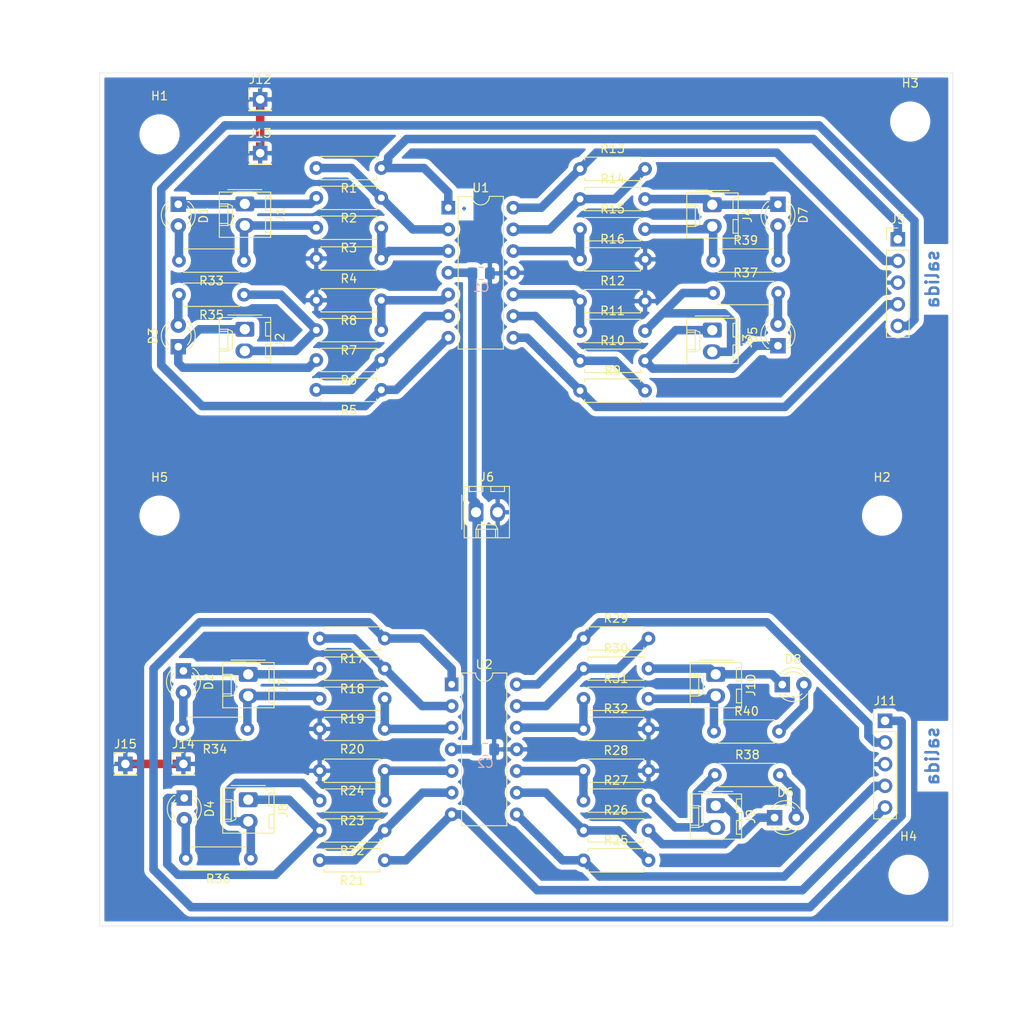
<source format=kicad_pcb>
(kicad_pcb (version 20171130) (host pcbnew 5.1.5)
  (layers (0 F.Cu signal) (31 B.Cu signal) (34 B.Paste user) (35 F.Paste user) (36 B.SilkS user) (37 F.SilkS user) (38 B.Mask user) (39 F.Mask user) (44 Edge.Cuts user))
  (net 0 "")
  (net 1 GND)
  (net 2 /vcc)
  (net 3 /in+1)
  (net 4 /in-1)
  (net 5 /in+2)
  (net 6 /in-2)
  (net 7 /in+3)
  (net 8 /in-3)
  (net 9 /in+4)
  (net 10 /in-4)
  (net 11 /R1-)
  (net 12 /R1+)
  (net 13 /R2-)
  (net 14 /R2+)
  (net 15 /R3-)
  (net 16 /R3+)
  (net 17 /R4-)
  (net 18 /R4+)
  (net 19 /vout8)
  (net 20 /vout7)
  (net 21 /vout6)
  (net 22 /vout5)
  (net 23 /vout4)
  (net 24 /vout3)
  (net 25 /vout2)
  (net 26 /vout1)
  (net 27 /in+5)
  (net 28 /in-5)
  (net 29 /in+6)
  (net 30 /in-6)
  (net 31 /in+7)
  (net 32 /in-7)
  (net 33 /in+8)
  (net 34 /in-8)
  (net 35 /R5-)
  (net 36 /R5+)
  (net 37 /R6-)
  (net 38 /R6+)
  (net 39 /R7-)
  (net 40 /R7+)
  (net 41 /R8-)
  (net 42 /R8+)
  (net 43 "Net-(D1-Pad2)")
  (net 44 "Net-(D2-Pad2)")
  (net 45 "Net-(D3-Pad2)")
  (net 46 "Net-(D4-Pad2)")
  (net 47 "Net-(D5-Pad2)")
  (net 48 "Net-(D6-Pad2)")
  (net 49 "Net-(D7-Pad2)")
  (net 50 "Net-(D8-Pad2)")
  (module Connector_PinHeader_2.54mm:PinHeader_1x01_P2.54mm_Vertical (layer F.Cu) (at 79 114)
    (fp_text reference J15 (at 0 -2.33) (layer F.SilkS))
    (fp_text value Conn_01x01_Female)
    (pad 1 thru_hole rect (at 0 0) (size 1.7 1.7) (drill 1) (layers *.Cu *.Mask) (net 1 GND))
  )
  (module Connector_PinHeader_2.54mm:PinHeader_1x01_P2.54mm_Vertical (layer F.Cu) (at 85.8 114)
    (fp_text reference J14 (at 0 -2.33) (layer F.SilkS))
    (fp_text value Conn_01x01_Female)
    (pad 1 thru_hole rect (at 0 0) (size 1.7 1.7) (drill 1) (layers *.Cu *.Mask) (net 1 GND))
  )
  (module Connector_PinHeader_2.54mm:PinHeader_1x01_P2.54mm_Vertical (layer F.Cu) (at 94.8 42.4)
    (fp_text reference J13 (at 0 -2.33) (layer F.SilkS))
    (fp_text value Conn_01x01_Female)
    (pad 1 thru_hole rect (at 0 0) (size 1.7 1.7) (drill 1) (layers *.Cu *.Mask) (net 1 GND))
  )
  (module Connector_PinHeader_2.54mm:PinHeader_1x01_P2.54mm_Vertical (layer F.Cu) (at 94.8 36.1)
    (fp_text reference J12 (at 0 -2.33) (layer F.SilkS))
    (fp_text value Conn_01x01_Female)
    (pad 1 thru_hole rect (at 0 0) (size 1.7 1.7) (drill 1) (layers *.Cu *.Mask) (net 1 GND))
  )
  (module Resistor_THT:R_Axial_DIN0207_L6.3mm_D2.5mm_P7.62mm_Horizontal (layer F.Cu) (at 148 110.2)
    (fp_text reference R40 (at 3.81 -2.37) (layer F.SilkS))
    (fp_text value R)
    (pad 2 thru_hole oval (at 7.62 0) (size 1.6 1.6) (drill 0.8) (layers *.Cu *.Mask) (net 50 "Net-(D8-Pad2)"))
    (pad 1 thru_hole circle (at 0 0) (size 1.6 1.6) (drill 0.8) (layers *.Cu *.Mask) (net 33 /in+8))
  )
  (module Resistor_THT:R_Axial_DIN0207_L6.3mm_D2.5mm_P7.62mm_Horizontal (layer F.Cu) (at 147.9 55)
    (fp_text reference R39 (at 3.81 -2.37) (layer F.SilkS))
    (fp_text value R)
    (pad 2 thru_hole oval (at 7.62 0) (size 1.6 1.6) (drill 0.8) (layers *.Cu *.Mask) (net 49 "Net-(D7-Pad2)"))
    (pad 1 thru_hole circle (at 0 0) (size 1.6 1.6) (drill 0.8) (layers *.Cu *.Mask) (net 9 /in+4))
  )
  (module Resistor_THT:R_Axial_DIN0207_L6.3mm_D2.5mm_P7.62mm_Horizontal (layer F.Cu) (at 148.1 115.3)
    (fp_text reference R38 (at 3.81 -2.37) (layer F.SilkS))
    (fp_text value R)
    (pad 2 thru_hole oval (at 7.62 0) (size 1.6 1.6) (drill 0.8) (layers *.Cu *.Mask) (net 48 "Net-(D6-Pad2)"))
    (pad 1 thru_hole circle (at 0 0) (size 1.6 1.6) (drill 0.8) (layers *.Cu *.Mask) (net 31 /in+7))
  )
  (module Resistor_THT:R_Axial_DIN0207_L6.3mm_D2.5mm_P7.62mm_Horizontal (layer F.Cu) (at 147.9 58.8)
    (fp_text reference R37 (at 3.81 -2.37) (layer F.SilkS))
    (fp_text value R)
    (pad 2 thru_hole oval (at 7.62 0) (size 1.6 1.6) (drill 0.8) (layers *.Cu *.Mask) (net 47 "Net-(D5-Pad2)"))
    (pad 1 thru_hole circle (at 0 0) (size 1.6 1.6) (drill 0.8) (layers *.Cu *.Mask) (net 7 /in+3))
  )
  (module Resistor_THT:R_Axial_DIN0207_L6.3mm_D2.5mm_P7.62mm_Horizontal (layer F.Cu) (at 93.7 125.1 180)
    (fp_text reference R36 (at 3.81 -2.37) (layer F.SilkS))
    (fp_text value R)
    (pad 2 thru_hole oval (at 7.62 0 180) (size 1.6 1.6) (drill 0.8) (layers *.Cu *.Mask) (net 46 "Net-(D4-Pad2)"))
    (pad 1 thru_hole circle (at 0 0 180) (size 1.6 1.6) (drill 0.8) (layers *.Cu *.Mask) (net 29 /in+6))
  )
  (module Resistor_THT:R_Axial_DIN0207_L6.3mm_D2.5mm_P7.62mm_Horizontal (layer F.Cu) (at 92.9 59 180)
    (fp_text reference R35 (at 3.81 -2.37) (layer F.SilkS))
    (fp_text value R)
    (pad 2 thru_hole oval (at 7.62 0 180) (size 1.6 1.6) (drill 0.8) (layers *.Cu *.Mask) (net 45 "Net-(D3-Pad2)"))
    (pad 1 thru_hole circle (at 0 0 180) (size 1.6 1.6) (drill 0.8) (layers *.Cu *.Mask) (net 5 /in+2))
  )
  (module Resistor_THT:R_Axial_DIN0207_L6.3mm_D2.5mm_P7.62mm_Horizontal (layer F.Cu) (at 93.3 109.9 180)
    (fp_text reference R34 (at 3.81 -2.37) (layer F.SilkS))
    (fp_text value R)
    (pad 2 thru_hole oval (at 7.62 0 180) (size 1.6 1.6) (drill 0.8) (layers *.Cu *.Mask) (net 44 "Net-(D2-Pad2)"))
    (pad 1 thru_hole circle (at 0 0 180) (size 1.6 1.6) (drill 0.8) (layers *.Cu *.Mask) (net 27 /in+5))
  )
  (module LED_THT:LED_D3.0mm_Clear (layer F.Cu) (at 156 104.7)
    (fp_text reference D8 (at 1.27 -2.96) (layer F.SilkS))
    (fp_text value LED)
    (pad 2 thru_hole circle (at 2.54 0) (size 1.8 1.8) (drill 0.9) (layers *.Cu *.Mask) (net 50 "Net-(D8-Pad2)"))
    (pad 1 thru_hole rect (at 0 0) (size 1.8 1.8) (drill 0.9) (layers *.Cu *.Mask) (net 34 /in-8))
  )
  (module LED_THT:LED_D3.0mm_Clear (layer F.Cu) (at 155.5 48.4 270)
    (fp_text reference D7 (at 1.27 -2.96 90) (layer F.SilkS))
    (fp_text value LED)
    (pad 2 thru_hole circle (at 2.54 0 270) (size 1.8 1.8) (drill 0.9) (layers *.Cu *.Mask) (net 49 "Net-(D7-Pad2)"))
    (pad 1 thru_hole rect (at 0 0 270) (size 1.8 1.8) (drill 0.9) (layers *.Cu *.Mask) (net 10 /in-4))
  )
  (module LED_THT:LED_D3.0mm_Clear (layer F.Cu) (at 155.1 120.3)
    (fp_text reference D6 (at 1.27 -2.96) (layer F.SilkS))
    (fp_text value LED)
    (pad 2 thru_hole circle (at 2.54 0) (size 1.8 1.8) (drill 0.9) (layers *.Cu *.Mask) (net 48 "Net-(D6-Pad2)"))
    (pad 1 thru_hole rect (at 0 0) (size 1.8 1.8) (drill 0.9) (layers *.Cu *.Mask) (net 32 /in-7))
  )
  (module LED_THT:LED_D3.0mm_Clear (layer F.Cu) (at 155.5 64.98 90)
    (fp_text reference D5 (at 1.27 -2.96 90) (layer F.SilkS))
    (fp_text value LED)
    (pad 2 thru_hole circle (at 2.54 0 90) (size 1.8 1.8) (drill 0.9) (layers *.Cu *.Mask) (net 47 "Net-(D5-Pad2)"))
    (pad 1 thru_hole rect (at 0 0 90) (size 1.8 1.8) (drill 0.9) (layers *.Cu *.Mask) (net 8 /in-3))
  )
  (module LED_THT:LED_D3.0mm_Clear (layer F.Cu) (at 85.9 118 270)
    (fp_text reference D4 (at 1.27 -2.96 90) (layer F.SilkS))
    (fp_text value LED)
    (pad 2 thru_hole circle (at 2.54 0 270) (size 1.8 1.8) (drill 0.9) (layers *.Cu *.Mask) (net 46 "Net-(D4-Pad2)"))
    (pad 1 thru_hole rect (at 0 0 270) (size 1.8 1.8) (drill 0.9) (layers *.Cu *.Mask) (net 30 /in-6))
  )
  (module LED_THT:LED_D3.0mm_Clear (layer F.Cu) (at 85.2 65.1 90)
    (fp_text reference D3 (at 1.27 -2.96 90) (layer F.SilkS))
    (fp_text value LED)
    (pad 2 thru_hole circle (at 2.54 0 90) (size 1.8 1.8) (drill 0.9) (layers *.Cu *.Mask) (net 45 "Net-(D3-Pad2)"))
    (pad 1 thru_hole rect (at 0 0 90) (size 1.8 1.8) (drill 0.9) (layers *.Cu *.Mask) (net 6 /in-2))
  )
  (module LED_THT:LED_D3.0mm_Clear (layer F.Cu) (at 85.8 103.1 270)
    (fp_text reference D2 (at 1.27 -2.96 90) (layer F.SilkS))
    (fp_text value LED)
    (pad 2 thru_hole circle (at 2.54 0 270) (size 1.8 1.8) (drill 0.9) (layers *.Cu *.Mask) (net 44 "Net-(D2-Pad2)"))
    (pad 1 thru_hole rect (at 0 0 270) (size 1.8 1.8) (drill 0.9) (layers *.Cu *.Mask) (net 28 /in-5))
  )
  (module Resistor_THT:R_Axial_DIN0207_L6.3mm_D2.5mm_P7.62mm_Horizontal (layer F.Cu) (at 92.9 55 180)
    (fp_text reference R33 (at 3.81 -2.37) (layer F.SilkS))
    (fp_text value R)
    (pad 2 thru_hole oval (at 7.62 0 180) (size 1.6 1.6) (drill 0.8) (layers *.Cu *.Mask) (net 43 "Net-(D1-Pad2)"))
    (pad 1 thru_hole circle (at 0 0 180) (size 1.6 1.6) (drill 0.8) (layers *.Cu *.Mask) (net 3 /in+1))
  )
  (module LED_THT:LED_D3.0mm_Clear (layer F.Cu) (at 85.2 48.4 270)
    (fp_text reference D1 (at 1.27 -2.96 90) (layer F.SilkS))
    (fp_text value LED)
    (pad 2 thru_hole circle (at 2.54 0 270) (size 1.8 1.8) (drill 0.9) (layers *.Cu *.Mask) (net 43 "Net-(D1-Pad2)"))
    (pad 1 thru_hole rect (at 0 0 270) (size 1.8 1.8) (drill 0.9) (layers *.Cu *.Mask) (net 4 /in-1))
  )
  (module Connector_Molex:Molex_KK-254_AE-6410-02A_1x02_P2.54mm_Vertical (layer F.Cu) (at 120.1 84.5)
    (fp_text reference J6 (at 1.27 -4.12) (layer F.SilkS))
    (fp_text value Conn_01x02)
    (pad 2 thru_hole oval (at 2.54 0) (size 1.74 2.2) (drill 1.2) (layers *.Cu *.Mask) (net 1 GND))
    (pad 1 thru_hole roundrect (at 0 0) (size 1.74 2.2) (drill 1.2) (layers *.Cu *.Mask) (roundrect_rratio 0.143678) (net 2 /vcc))
  )
  (module Connector_PinHeader_2.54mm:PinHeader_1x05_P2.54mm_Vertical (layer F.Cu) (at 168.05 108.95)
    (fp_text reference J11 (at 0 -2.33) (layer F.SilkS))
    (fp_text value Conn_01x05)
    (pad 5 thru_hole oval (at 0 10.16) (size 1.7 1.7) (drill 1) (layers *.Cu *.Mask) (net 21 /vout6))
    (pad 4 thru_hole oval (at 0 7.62) (size 1.7 1.7) (drill 1) (layers *.Cu *.Mask) (net 20 /vout7))
    (pad 3 thru_hole oval (at 0 5.08) (size 1.7 1.7) (drill 1) (layers *.Cu *.Mask) (net 1 GND))
    (pad 2 thru_hole oval (at 0 2.54) (size 1.7 1.7) (drill 1) (layers *.Cu *.Mask) (net 19 /vout8))
    (pad 1 thru_hole rect (at 0 0) (size 1.7 1.7) (drill 1) (layers *.Cu *.Mask) (net 22 /vout5))
  )
  (module Connector_PinHeader_2.54mm:PinHeader_1x05_P2.54mm_Vertical (layer F.Cu) (at 169.55 52.5)
    (fp_text reference J5 (at 0 -2.33) (layer F.SilkS))
    (fp_text value Conn_01x05)
    (pad 5 thru_hole oval (at 0 10.16) (size 1.7 1.7) (drill 1) (layers *.Cu *.Mask) (net 25 /vout2))
    (pad 4 thru_hole oval (at 0 7.62) (size 1.7 1.7) (drill 1) (layers *.Cu *.Mask) (net 24 /vout3))
    (pad 3 thru_hole oval (at 0 5.08) (size 1.7 1.7) (drill 1) (layers *.Cu *.Mask) (net 1 GND))
    (pad 2 thru_hole oval (at 0 2.54) (size 1.7 1.7) (drill 1) (layers *.Cu *.Mask) (net 23 /vout4))
    (pad 1 thru_hole rect (at 0 0) (size 1.7 1.7) (drill 1) (layers *.Cu *.Mask) (net 26 /vout1))
  )
  (module Package_DIP:DIP-14_W7.62mm (layer F.Cu) (at 117.25 104.675)
    (fp_text reference U2 (at 3.81 -2.33) (layer F.SilkS))
    (fp_text value LM324)
    (pad 14 thru_hole oval (at 7.62 0) (size 1.6 1.6) (drill 0.8) (layers *.Cu *.Mask) (net 19 /vout8))
    (pad 7 thru_hole oval (at 0 15.24) (size 1.6 1.6) (drill 0.8) (layers *.Cu *.Mask) (net 21 /vout6))
    (pad 13 thru_hole oval (at 7.62 2.54) (size 1.6 1.6) (drill 0.8) (layers *.Cu *.Mask) (net 41 /R8-))
    (pad 6 thru_hole oval (at 0 12.7) (size 1.6 1.6) (drill 0.8) (layers *.Cu *.Mask) (net 37 /R6-))
    (pad 12 thru_hole oval (at 7.62 5.08) (size 1.6 1.6) (drill 0.8) (layers *.Cu *.Mask) (net 42 /R8+))
    (pad 5 thru_hole oval (at 0 10.16) (size 1.6 1.6) (drill 0.8) (layers *.Cu *.Mask) (net 38 /R6+))
    (pad 11 thru_hole oval (at 7.62 7.62) (size 1.6 1.6) (drill 0.8) (layers *.Cu *.Mask) (net 1 GND))
    (pad 4 thru_hole oval (at 0 7.62) (size 1.6 1.6) (drill 0.8) (layers *.Cu *.Mask) (net 2 /vcc))
    (pad 10 thru_hole oval (at 7.62 10.16) (size 1.6 1.6) (drill 0.8) (layers *.Cu *.Mask) (net 40 /R7+))
    (pad 3 thru_hole oval (at 0 5.08) (size 1.6 1.6) (drill 0.8) (layers *.Cu *.Mask) (net 36 /R5+))
    (pad 9 thru_hole oval (at 7.62 12.7) (size 1.6 1.6) (drill 0.8) (layers *.Cu *.Mask) (net 39 /R7-))
    (pad 2 thru_hole oval (at 0 2.54) (size 1.6 1.6) (drill 0.8) (layers *.Cu *.Mask) (net 35 /R5-))
    (pad 8 thru_hole oval (at 7.62 15.24) (size 1.6 1.6) (drill 0.8) (layers *.Cu *.Mask) (net 20 /vout7))
    (pad 1 thru_hole rect (at 0 0) (size 1.6 1.6) (drill 0.8) (layers *.Cu *.Mask) (net 22 /vout5))
  )
  (module Package_DIP:DIP-14_W7.62mm (layer F.Cu) (at 116.85 48.8)
    (fp_text reference U1 (at 3.81 -2.33) (layer F.SilkS))
    (fp_text value LM324)
    (pad 14 thru_hole oval (at 7.62 0) (size 1.6 1.6) (drill 0.8) (layers *.Cu *.Mask) (net 23 /vout4))
    (pad 7 thru_hole oval (at 0 15.24) (size 1.6 1.6) (drill 0.8) (layers *.Cu *.Mask) (net 25 /vout2))
    (pad 13 thru_hole oval (at 7.62 2.54) (size 1.6 1.6) (drill 0.8) (layers *.Cu *.Mask) (net 17 /R4-))
    (pad 6 thru_hole oval (at 0 12.7) (size 1.6 1.6) (drill 0.8) (layers *.Cu *.Mask) (net 13 /R2-))
    (pad 12 thru_hole oval (at 7.62 5.08) (size 1.6 1.6) (drill 0.8) (layers *.Cu *.Mask) (net 18 /R4+))
    (pad 5 thru_hole oval (at 0 10.16) (size 1.6 1.6) (drill 0.8) (layers *.Cu *.Mask) (net 14 /R2+))
    (pad 11 thru_hole oval (at 7.62 7.62) (size 1.6 1.6) (drill 0.8) (layers *.Cu *.Mask) (net 1 GND))
    (pad 4 thru_hole oval (at 0 7.62) (size 1.6 1.6) (drill 0.8) (layers *.Cu *.Mask) (net 2 /vcc))
    (pad 10 thru_hole oval (at 7.62 10.16) (size 1.6 1.6) (drill 0.8) (layers *.Cu *.Mask) (net 16 /R3+))
    (pad 3 thru_hole oval (at 0 5.08) (size 1.6 1.6) (drill 0.8) (layers *.Cu *.Mask) (net 12 /R1+))
    (pad 9 thru_hole oval (at 7.62 12.7) (size 1.6 1.6) (drill 0.8) (layers *.Cu *.Mask) (net 15 /R3-))
    (pad 2 thru_hole oval (at 0 2.54) (size 1.6 1.6) (drill 0.8) (layers *.Cu *.Mask) (net 11 /R1-))
    (pad 8 thru_hole oval (at 7.62 15.24) (size 1.6 1.6) (drill 0.8) (layers *.Cu *.Mask) (net 24 /vout3))
    (pad 1 thru_hole rect (at 0 0) (size 1.6 1.6) (drill 0.8) (layers *.Cu *.Mask) (net 26 /vout1))
  )
  (module Capacitor_SMD:C_0805_2012Metric_Pad1.15x1.40mm_HandSolder (layer B.Cu) (at 121.2 112.3)
    (fp_text reference C2 (at 0 1.65) (layer B.SilkS) (effects (justify mirror)))
    (fp_text value 100nF)
    (pad 2 smd roundrect (at 1.025 0) (size 1.15 1.4) (layers B.Cu B.Paste B.Mask) (roundrect_rratio 0.217391) (net 1 GND))
    (pad 1 smd roundrect (at -1.025 0) (size 1.15 1.4) (layers B.Cu B.Paste B.Mask) (roundrect_rratio 0.217391) (net 2 /vcc))
  )
  (module MountingHole:MountingHole_3.5mm (layer F.Cu) (at 83 84.9)
    (fp_text reference H5 (at 0 -4.5) (layer F.SilkS))
    (fp_text value MountingHole)
    (pad 1 np_thru_hole circle (at 0 0) (size 3.5 3.5) (drill 3.5) (layers *.Cu *.Mask))
  )
  (module MountingHole:MountingHole_3.5mm (layer F.Cu) (at 170.8 127)
    (fp_text reference H4 (at 0 -4.5) (layer F.SilkS))
    (fp_text value MountingHole)
    (pad 1 np_thru_hole circle (at 0 0) (size 3.5 3.5) (drill 3.5) (layers *.Cu *.Mask))
  )
  (module MountingHole:MountingHole_3.5mm (layer F.Cu) (at 171 38.7)
    (fp_text reference H3 (at 0 -4.5) (layer F.SilkS))
    (fp_text value MountingHole)
    (pad 1 np_thru_hole circle (at 0 0) (size 3.5 3.5) (drill 3.5) (layers *.Cu *.Mask))
  )
  (module MountingHole:MountingHole_3.5mm (layer F.Cu) (at 167.7 84.9)
    (fp_text reference H2 (at 0 -4.5) (layer F.SilkS))
    (fp_text value MountingHole)
    (pad 1 np_thru_hole circle (at 0 0) (size 3.5 3.5) (drill 3.5) (layers *.Cu *.Mask))
  )
  (module MountingHole:MountingHole_3.5mm (layer F.Cu) (at 83 40.2)
    (fp_text reference H1 (at 0 -4.5) (layer F.SilkS))
    (fp_text value MountingHole)
    (pad 1 np_thru_hole circle (at 0 0) (size 3.5 3.5) (drill 3.5) (layers *.Cu *.Mask))
  )
  (module Resistor_THT:R_Axial_DIN0207_L6.3mm_D2.5mm_P7.62mm_Horizontal (layer F.Cu) (at 132.7 109.9)
    (fp_text reference R32 (at 3.81 -2.37) (layer F.SilkS))
    (fp_text value 220k)
    (pad 2 thru_hole oval (at 7.62 0) (size 1.6 1.6) (drill 0.8) (layers *.Cu *.Mask) (net 1 GND))
    (pad 1 thru_hole circle (at 0 0) (size 1.6 1.6) (drill 0.8) (layers *.Cu *.Mask) (net 42 /R8+))
  )
  (module Resistor_THT:R_Axial_DIN0207_L6.3mm_D2.5mm_P7.62mm_Horizontal (layer F.Cu) (at 132.7 106.366666)
    (fp_text reference R31 (at 3.81 -2.37) (layer F.SilkS))
    (fp_text value 220k)
    (pad 2 thru_hole oval (at 7.62 0) (size 1.6 1.6) (drill 0.8) (layers *.Cu *.Mask) (net 33 /in+8))
    (pad 1 thru_hole circle (at 0 0) (size 1.6 1.6) (drill 0.8) (layers *.Cu *.Mask) (net 42 /R8+))
  )
  (module Resistor_THT:R_Axial_DIN0207_L6.3mm_D2.5mm_P7.62mm_Horizontal (layer F.Cu) (at 132.7 102.833333)
    (fp_text reference R30 (at 3.81 -2.37) (layer F.SilkS))
    (fp_text value 220k)
    (pad 2 thru_hole oval (at 7.62 0) (size 1.6 1.6) (drill 0.8) (layers *.Cu *.Mask) (net 34 /in-8))
    (pad 1 thru_hole circle (at 0 0) (size 1.6 1.6) (drill 0.8) (layers *.Cu *.Mask) (net 41 /R8-))
  )
  (module Resistor_THT:R_Axial_DIN0207_L6.3mm_D2.5mm_P7.62mm_Horizontal (layer F.Cu) (at 132.7 99.3)
    (fp_text reference R29 (at 3.81 -2.37) (layer F.SilkS))
    (fp_text value 220k)
    (pad 2 thru_hole oval (at 7.62 0) (size 1.6 1.6) (drill 0.8) (layers *.Cu *.Mask) (net 41 /R8-))
    (pad 1 thru_hole circle (at 0 0) (size 1.6 1.6) (drill 0.8) (layers *.Cu *.Mask) (net 19 /vout8))
  )
  (module Resistor_THT:R_Axial_DIN0207_L6.3mm_D2.5mm_P7.62mm_Horizontal (layer F.Cu) (at 132.7 114.8)
    (fp_text reference R28 (at 3.81 -2.37) (layer F.SilkS))
    (fp_text value 220k)
    (pad 2 thru_hole oval (at 7.62 0) (size 1.6 1.6) (drill 0.8) (layers *.Cu *.Mask) (net 1 GND))
    (pad 1 thru_hole circle (at 0 0) (size 1.6 1.6) (drill 0.8) (layers *.Cu *.Mask) (net 40 /R7+))
  )
  (module Resistor_THT:R_Axial_DIN0207_L6.3mm_D2.5mm_P7.62mm_Horizontal (layer F.Cu) (at 132.7 118.3)
    (fp_text reference R27 (at 3.81 -2.37) (layer F.SilkS))
    (fp_text value 220k)
    (pad 2 thru_hole oval (at 7.62 0) (size 1.6 1.6) (drill 0.8) (layers *.Cu *.Mask) (net 31 /in+7))
    (pad 1 thru_hole circle (at 0 0) (size 1.6 1.6) (drill 0.8) (layers *.Cu *.Mask) (net 40 /R7+))
  )
  (module Resistor_THT:R_Axial_DIN0207_L6.3mm_D2.5mm_P7.62mm_Horizontal (layer F.Cu) (at 132.7 121.8)
    (fp_text reference R26 (at 3.81 -2.37) (layer F.SilkS))
    (fp_text value 220k)
    (pad 2 thru_hole oval (at 7.62 0) (size 1.6 1.6) (drill 0.8) (layers *.Cu *.Mask) (net 32 /in-7))
    (pad 1 thru_hole circle (at 0 0) (size 1.6 1.6) (drill 0.8) (layers *.Cu *.Mask) (net 39 /R7-))
  )
  (module Resistor_THT:R_Axial_DIN0207_L6.3mm_D2.5mm_P7.62mm_Horizontal (layer F.Cu) (at 132.7 125.3)
    (fp_text reference R25 (at 3.81 -2.37) (layer F.SilkS))
    (fp_text value 220k)
    (pad 2 thru_hole oval (at 7.62 0) (size 1.6 1.6) (drill 0.8) (layers *.Cu *.Mask) (net 39 /R7-))
    (pad 1 thru_hole circle (at 0 0) (size 1.6 1.6) (drill 0.8) (layers *.Cu *.Mask) (net 20 /vout7))
  )
  (module Resistor_THT:R_Axial_DIN0207_L6.3mm_D2.5mm_P7.62mm_Horizontal (layer F.Cu) (at 109.4 114.8 180)
    (fp_text reference R24 (at 3.81 -2.37) (layer F.SilkS))
    (fp_text value 220k)
    (pad 2 thru_hole oval (at 7.62 0 180) (size 1.6 1.6) (drill 0.8) (layers *.Cu *.Mask) (net 1 GND))
    (pad 1 thru_hole circle (at 0 0 180) (size 1.6 1.6) (drill 0.8) (layers *.Cu *.Mask) (net 38 /R6+))
  )
  (module Resistor_THT:R_Axial_DIN0207_L6.3mm_D2.5mm_P7.62mm_Horizontal (layer F.Cu) (at 109.4 118.3 180)
    (fp_text reference R23 (at 3.81 -2.37) (layer F.SilkS))
    (fp_text value 220k)
    (pad 2 thru_hole oval (at 7.62 0 180) (size 1.6 1.6) (drill 0.8) (layers *.Cu *.Mask) (net 29 /in+6))
    (pad 1 thru_hole circle (at 0 0 180) (size 1.6 1.6) (drill 0.8) (layers *.Cu *.Mask) (net 38 /R6+))
  )
  (module Resistor_THT:R_Axial_DIN0207_L6.3mm_D2.5mm_P7.62mm_Horizontal (layer F.Cu) (at 109.4 121.8 180)
    (fp_text reference R22 (at 3.81 -2.37) (layer F.SilkS))
    (fp_text value 220k)
    (pad 2 thru_hole oval (at 7.62 0 180) (size 1.6 1.6) (drill 0.8) (layers *.Cu *.Mask) (net 30 /in-6))
    (pad 1 thru_hole circle (at 0 0 180) (size 1.6 1.6) (drill 0.8) (layers *.Cu *.Mask) (net 37 /R6-))
  )
  (module Resistor_THT:R_Axial_DIN0207_L6.3mm_D2.5mm_P7.62mm_Horizontal (layer F.Cu) (at 109.4 125.3 180)
    (fp_text reference R21 (at 3.81 -2.37) (layer F.SilkS))
    (fp_text value 220k)
    (pad 2 thru_hole oval (at 7.62 0 180) (size 1.6 1.6) (drill 0.8) (layers *.Cu *.Mask) (net 37 /R6-))
    (pad 1 thru_hole circle (at 0 0 180) (size 1.6 1.6) (drill 0.8) (layers *.Cu *.Mask) (net 21 /vout6))
  )
  (module Resistor_THT:R_Axial_DIN0207_L6.3mm_D2.5mm_P7.62mm_Horizontal (layer F.Cu) (at 109.4 109.9 180)
    (fp_text reference R20 (at 3.81 -2.37) (layer F.SilkS))
    (fp_text value 220k)
    (pad 2 thru_hole oval (at 7.62 0 180) (size 1.6 1.6) (drill 0.8) (layers *.Cu *.Mask) (net 1 GND))
    (pad 1 thru_hole circle (at 0 0 180) (size 1.6 1.6) (drill 0.8) (layers *.Cu *.Mask) (net 36 /R5+))
  )
  (module Resistor_THT:R_Axial_DIN0207_L6.3mm_D2.5mm_P7.62mm_Horizontal (layer F.Cu) (at 109.4 106.366666 180)
    (fp_text reference R19 (at 3.81 -2.37) (layer F.SilkS))
    (fp_text value 220k)
    (pad 2 thru_hole oval (at 7.62 0 180) (size 1.6 1.6) (drill 0.8) (layers *.Cu *.Mask) (net 27 /in+5))
    (pad 1 thru_hole circle (at 0 0 180) (size 1.6 1.6) (drill 0.8) (layers *.Cu *.Mask) (net 36 /R5+))
  )
  (module Resistor_THT:R_Axial_DIN0207_L6.3mm_D2.5mm_P7.62mm_Horizontal (layer F.Cu) (at 109.4 102.833333 180)
    (fp_text reference R18 (at 3.81 -2.37) (layer F.SilkS))
    (fp_text value 220k)
    (pad 2 thru_hole oval (at 7.62 0 180) (size 1.6 1.6) (drill 0.8) (layers *.Cu *.Mask) (net 28 /in-5))
    (pad 1 thru_hole circle (at 0 0 180) (size 1.6 1.6) (drill 0.8) (layers *.Cu *.Mask) (net 35 /R5-))
  )
  (module Resistor_THT:R_Axial_DIN0207_L6.3mm_D2.5mm_P7.62mm_Horizontal (layer F.Cu) (at 109.4 99.3 180)
    (fp_text reference R17 (at 3.81 -2.37) (layer F.SilkS))
    (fp_text value 220k)
    (pad 2 thru_hole oval (at 7.62 0 180) (size 1.6 1.6) (drill 0.8) (layers *.Cu *.Mask) (net 35 /R5-))
    (pad 1 thru_hole circle (at 0 0 180) (size 1.6 1.6) (drill 0.8) (layers *.Cu *.Mask) (net 22 /vout5))
  )
  (module Connector_Molex:Molex_KK-254_AE-6410-02A_1x02_P2.54mm_Vertical (layer F.Cu) (at 148.2 103.5 270)
    (fp_text reference J10 (at 1.27 -4.12 90) (layer F.SilkS))
    (fp_text value Conn_01x02_Male)
    (pad 2 thru_hole oval (at 2.54 0 270) (size 1.74 2.2) (drill 1.2) (layers *.Cu *.Mask) (net 33 /in+8))
    (pad 1 thru_hole roundrect (at 0 0 270) (size 1.74 2.2) (drill 1.2) (layers *.Cu *.Mask) (roundrect_rratio 0.143678) (net 34 /in-8))
  )
  (module Connector_Molex:Molex_KK-254_AE-6410-02A_1x02_P2.54mm_Vertical (layer F.Cu) (at 148.2 118.9 270)
    (fp_text reference J9 (at 1.27 -4.12 90) (layer F.SilkS))
    (fp_text value Conn_01x02_Male)
    (pad 2 thru_hole oval (at 2.54 0 270) (size 1.74 2.2) (drill 1.2) (layers *.Cu *.Mask) (net 31 /in+7))
    (pad 1 thru_hole roundrect (at 0 0 270) (size 1.74 2.2) (drill 1.2) (layers *.Cu *.Mask) (roundrect_rratio 0.143678) (net 32 /in-7))
  )
  (module Connector_Molex:Molex_KK-254_AE-6410-02A_1x02_P2.54mm_Vertical (layer F.Cu) (at 93.4 118.2 270)
    (fp_text reference J8 (at 1.27 -4.12 90) (layer F.SilkS))
    (fp_text value Conn_01x02_Male)
    (pad 2 thru_hole oval (at 2.54 0 270) (size 1.74 2.2) (drill 1.2) (layers *.Cu *.Mask) (net 29 /in+6))
    (pad 1 thru_hole roundrect (at 0 0 270) (size 1.74 2.2) (drill 1.2) (layers *.Cu *.Mask) (roundrect_rratio 0.143678) (net 30 /in-6))
  )
  (module Connector_Molex:Molex_KK-254_AE-6410-02A_1x02_P2.54mm_Vertical (layer F.Cu) (at 93.4 103.5 270)
    (fp_text reference J7 (at 1.27 -4.12 90) (layer F.SilkS))
    (fp_text value Conn_01x02_Male)
    (pad 2 thru_hole oval (at 2.54 0 270) (size 1.74 2.2) (drill 1.2) (layers *.Cu *.Mask) (net 27 /in+5))
    (pad 1 thru_hole roundrect (at 0 0 270) (size 1.74 2.2) (drill 1.2) (layers *.Cu *.Mask) (roundrect_rratio 0.143678) (net 28 /in-5))
  )
  (module Resistor_THT:R_Axial_DIN0207_L6.3mm_D2.5mm_P7.62mm_Horizontal (layer F.Cu) (at 132.3 54.85)
    (fp_text reference R16 (at 3.81 -2.37) (layer F.SilkS))
    (fp_text value 220k)
    (pad 2 thru_hole oval (at 7.62 0) (size 1.6 1.6) (drill 0.8) (layers *.Cu *.Mask) (net 1 GND))
    (pad 1 thru_hole circle (at 0 0) (size 1.6 1.6) (drill 0.8) (layers *.Cu *.Mask) (net 18 /R4+))
  )
  (module Resistor_THT:R_Axial_DIN0207_L6.3mm_D2.5mm_P7.62mm_Horizontal (layer F.Cu) (at 132.3 51.316666)
    (fp_text reference R15 (at 3.81 -2.37) (layer F.SilkS))
    (fp_text value 220k)
    (pad 2 thru_hole oval (at 7.62 0) (size 1.6 1.6) (drill 0.8) (layers *.Cu *.Mask) (net 9 /in+4))
    (pad 1 thru_hole circle (at 0 0) (size 1.6 1.6) (drill 0.8) (layers *.Cu *.Mask) (net 18 /R4+))
  )
  (module Resistor_THT:R_Axial_DIN0207_L6.3mm_D2.5mm_P7.62mm_Horizontal (layer F.Cu) (at 132.3 47.783333)
    (fp_text reference R14 (at 3.81 -2.37) (layer F.SilkS))
    (fp_text value 220k)
    (pad 2 thru_hole oval (at 7.62 0) (size 1.6 1.6) (drill 0.8) (layers *.Cu *.Mask) (net 10 /in-4))
    (pad 1 thru_hole circle (at 0 0) (size 1.6 1.6) (drill 0.8) (layers *.Cu *.Mask) (net 17 /R4-))
  )
  (module Resistor_THT:R_Axial_DIN0207_L6.3mm_D2.5mm_P7.62mm_Horizontal (layer F.Cu) (at 132.3 44.25)
    (fp_text reference R13 (at 3.81 -2.37) (layer F.SilkS))
    (fp_text value 220k)
    (pad 2 thru_hole oval (at 7.62 0) (size 1.6 1.6) (drill 0.8) (layers *.Cu *.Mask) (net 17 /R4-))
    (pad 1 thru_hole circle (at 0 0) (size 1.6 1.6) (drill 0.8) (layers *.Cu *.Mask) (net 23 /vout4))
  )
  (module Connector_Molex:Molex_KK-254_AE-6410-02A_1x02_P2.54mm_Vertical (layer F.Cu) (at 147.8 48.45 270)
    (fp_text reference J4 (at 1.27 -4.12 90) (layer F.SilkS))
    (fp_text value Conn_01x02_Male)
    (pad 2 thru_hole oval (at 2.54 0 270) (size 1.74 2.2) (drill 1.2) (layers *.Cu *.Mask) (net 9 /in+4))
    (pad 1 thru_hole roundrect (at 0 0 270) (size 1.74 2.2) (drill 1.2) (layers *.Cu *.Mask) (roundrect_rratio 0.143678) (net 10 /in-4))
  )
  (module Resistor_THT:R_Axial_DIN0207_L6.3mm_D2.5mm_P7.62mm_Horizontal (layer F.Cu) (at 132.3 59.75)
    (fp_text reference R12 (at 3.81 -2.37) (layer F.SilkS))
    (fp_text value 220k)
    (pad 2 thru_hole oval (at 7.62 0) (size 1.6 1.6) (drill 0.8) (layers *.Cu *.Mask) (net 1 GND))
    (pad 1 thru_hole circle (at 0 0) (size 1.6 1.6) (drill 0.8) (layers *.Cu *.Mask) (net 16 /R3+))
  )
  (module Resistor_THT:R_Axial_DIN0207_L6.3mm_D2.5mm_P7.62mm_Horizontal (layer F.Cu) (at 132.3 63.25)
    (fp_text reference R11 (at 3.81 -2.37) (layer F.SilkS))
    (fp_text value 220k)
    (pad 2 thru_hole oval (at 7.62 0) (size 1.6 1.6) (drill 0.8) (layers *.Cu *.Mask) (net 7 /in+3))
    (pad 1 thru_hole circle (at 0 0) (size 1.6 1.6) (drill 0.8) (layers *.Cu *.Mask) (net 16 /R3+))
  )
  (module Resistor_THT:R_Axial_DIN0207_L6.3mm_D2.5mm_P7.62mm_Horizontal (layer F.Cu) (at 132.3 66.75)
    (fp_text reference R10 (at 3.81 -2.37) (layer F.SilkS))
    (fp_text value 220k)
    (pad 2 thru_hole oval (at 7.62 0) (size 1.6 1.6) (drill 0.8) (layers *.Cu *.Mask) (net 8 /in-3))
    (pad 1 thru_hole circle (at 0 0) (size 1.6 1.6) (drill 0.8) (layers *.Cu *.Mask) (net 15 /R3-))
  )
  (module Resistor_THT:R_Axial_DIN0207_L6.3mm_D2.5mm_P7.62mm_Horizontal (layer F.Cu) (at 132.3 70.25)
    (fp_text reference R9 (at 3.81 -2.37) (layer F.SilkS))
    (fp_text value 220k)
    (pad 2 thru_hole oval (at 7.62 0) (size 1.6 1.6) (drill 0.8) (layers *.Cu *.Mask) (net 15 /R3-))
    (pad 1 thru_hole circle (at 0 0) (size 1.6 1.6) (drill 0.8) (layers *.Cu *.Mask) (net 24 /vout3))
  )
  (module Connector_Molex:Molex_KK-254_AE-6410-02A_1x02_P2.54mm_Vertical (layer F.Cu) (at 147.8 63.15 270)
    (fp_text reference J3 (at 1.27 -4.12 90) (layer F.SilkS))
    (fp_text value Conn_01x02_Male)
    (pad 2 thru_hole oval (at 2.54 0 270) (size 1.74 2.2) (drill 1.2) (layers *.Cu *.Mask) (net 7 /in+3))
    (pad 1 thru_hole roundrect (at 0 0 270) (size 1.74 2.2) (drill 1.2) (layers *.Cu *.Mask) (roundrect_rratio 0.143678) (net 8 /in-3))
  )
  (module Resistor_THT:R_Axial_DIN0207_L6.3mm_D2.5mm_P7.62mm_Horizontal (layer F.Cu) (at 109 59.65 180)
    (fp_text reference R8 (at 3.81 -2.37) (layer F.SilkS))
    (fp_text value 220k)
    (pad 2 thru_hole oval (at 7.62 0 180) (size 1.6 1.6) (drill 0.8) (layers *.Cu *.Mask) (net 1 GND))
    (pad 1 thru_hole circle (at 0 0 180) (size 1.6 1.6) (drill 0.8) (layers *.Cu *.Mask) (net 14 /R2+))
  )
  (module Resistor_THT:R_Axial_DIN0207_L6.3mm_D2.5mm_P7.62mm_Horizontal (layer F.Cu) (at 109 63.15 180)
    (fp_text reference R7 (at 3.81 -2.37) (layer F.SilkS))
    (fp_text value 220k)
    (pad 2 thru_hole oval (at 7.62 0 180) (size 1.6 1.6) (drill 0.8) (layers *.Cu *.Mask) (net 5 /in+2))
    (pad 1 thru_hole circle (at 0 0 180) (size 1.6 1.6) (drill 0.8) (layers *.Cu *.Mask) (net 14 /R2+))
  )
  (module Resistor_THT:R_Axial_DIN0207_L6.3mm_D2.5mm_P7.62mm_Horizontal (layer F.Cu) (at 109 66.65 180)
    (fp_text reference R6 (at 3.81 -2.37) (layer F.SilkS))
    (fp_text value 220k)
    (pad 2 thru_hole oval (at 7.62 0 180) (size 1.6 1.6) (drill 0.8) (layers *.Cu *.Mask) (net 6 /in-2))
    (pad 1 thru_hole circle (at 0 0 180) (size 1.6 1.6) (drill 0.8) (layers *.Cu *.Mask) (net 13 /R2-))
  )
  (module Resistor_THT:R_Axial_DIN0207_L6.3mm_D2.5mm_P7.62mm_Horizontal (layer F.Cu) (at 109 70.15 180)
    (fp_text reference R5 (at 3.81 -2.37) (layer F.SilkS))
    (fp_text value 220k)
    (pad 2 thru_hole oval (at 7.62 0 180) (size 1.6 1.6) (drill 0.8) (layers *.Cu *.Mask) (net 13 /R2-))
    (pad 1 thru_hole circle (at 0 0 180) (size 1.6 1.6) (drill 0.8) (layers *.Cu *.Mask) (net 25 /vout2))
  )
  (module Connector_Molex:Molex_KK-254_AE-6410-02A_1x02_P2.54mm_Vertical (layer F.Cu) (at 93 63.05 270)
    (fp_text reference J2 (at 1.27 -4.12 90) (layer F.SilkS))
    (fp_text value Conn_01x02_Male)
    (pad 2 thru_hole oval (at 2.54 0 270) (size 1.74 2.2) (drill 1.2) (layers *.Cu *.Mask) (net 5 /in+2))
    (pad 1 thru_hole roundrect (at 0 0 270) (size 1.74 2.2) (drill 1.2) (layers *.Cu *.Mask) (roundrect_rratio 0.143678) (net 6 /in-2))
  )
  (module Resistor_THT:R_Axial_DIN0207_L6.3mm_D2.5mm_P7.62mm_Horizontal (layer F.Cu) (at 109 54.75 180)
    (fp_text reference R4 (at 3.81 -2.37) (layer F.SilkS))
    (fp_text value 220k)
    (pad 2 thru_hole oval (at 7.62 0 180) (size 1.6 1.6) (drill 0.8) (layers *.Cu *.Mask) (net 1 GND))
    (pad 1 thru_hole circle (at 0 0 180) (size 1.6 1.6) (drill 0.8) (layers *.Cu *.Mask) (net 12 /R1+))
  )
  (module Resistor_THT:R_Axial_DIN0207_L6.3mm_D2.5mm_P7.62mm_Horizontal (layer F.Cu) (at 109 51.15 180)
    (fp_text reference R3 (at 3.81 -2.37) (layer F.SilkS))
    (fp_text value 220k)
    (pad 2 thru_hole oval (at 7.62 0 180) (size 1.6 1.6) (drill 0.8) (layers *.Cu *.Mask) (net 3 /in+1))
    (pad 1 thru_hole circle (at 0 0 180) (size 1.6 1.6) (drill 0.8) (layers *.Cu *.Mask) (net 12 /R1+))
  )
  (module Resistor_THT:R_Axial_DIN0207_L6.3mm_D2.5mm_P7.62mm_Horizontal (layer F.Cu) (at 109 47.65 180)
    (fp_text reference R2 (at 3.81 -2.37) (layer F.SilkS))
    (fp_text value 220k)
    (pad 2 thru_hole oval (at 7.62 0 180) (size 1.6 1.6) (drill 0.8) (layers *.Cu *.Mask) (net 4 /in-1))
    (pad 1 thru_hole circle (at 0 0 180) (size 1.6 1.6) (drill 0.8) (layers *.Cu *.Mask) (net 11 /R1-))
  )
  (module Resistor_THT:R_Axial_DIN0207_L6.3mm_D2.5mm_P7.62mm_Horizontal (layer F.Cu) (at 109 44.15 180)
    (fp_text reference R1 (at 3.81 -2.37) (layer F.SilkS))
    (fp_text value 220k)
    (pad 2 thru_hole oval (at 7.62 0 180) (size 1.6 1.6) (drill 0.8) (layers *.Cu *.Mask) (net 11 /R1-))
    (pad 1 thru_hole circle (at 0 0 180) (size 1.6 1.6) (drill 0.8) (layers *.Cu *.Mask) (net 26 /vout1))
  )
  (module Connector_Molex:Molex_KK-254_AE-6410-02A_1x02_P2.54mm_Vertical (layer F.Cu) (at 93 48.35 270)
    (fp_text reference J1 (at 1.27 -4.12 90) (layer F.SilkS))
    (fp_text value Conn_01x02_Male)
    (pad 2 thru_hole oval (at 2.54 0 270) (size 1.74 2.2) (drill 1.2) (layers *.Cu *.Mask) (net 3 /in+1))
    (pad 1 thru_hole roundrect (at 0 0 270) (size 1.74 2.2) (drill 1.2) (layers *.Cu *.Mask) (roundrect_rratio 0.143678) (net 4 /in-1))
  )
  (module Capacitor_SMD:C_0805_2012Metric_Pad1.15x1.40mm_HandSolder (layer B.Cu) (at 120.7 56.5)
    (fp_text reference C1 (at 0 1.65) (layer B.SilkS) (effects (justify mirror)))
    (fp_text value 100nF)
    (pad 2 smd roundrect (at 1.025 0) (size 1.15 1.4) (layers B.Cu B.Paste B.Mask) (roundrect_rratio 0.217391) (net 1 GND))
    (pad 1 smd roundrect (at -1.025 0) (size 1.15 1.4) (layers B.Cu B.Paste B.Mask) (roundrect_rratio 0.217391) (net 2 /vcc))
  )
  (gr_text "salida\n" (at 173.6 113.1 90) (layer B.Cu) (effects (font (size 1.5 1.5) (thickness 0.3)) (justify mirror)))
  (gr_text "salida\n" (at 173.6 57.2 90) (layer B.Cu) (effects (font (size 1.5 1.5) (thickness 0.3)) (justify mirror)))
  (gr_text ".\n" (at 118.7 48.3) (layer B.Cu) (effects (font (size 1.5 1.5) (thickness 0.3)) (justify mirror)))
  (gr_line (start 176 133) (end 176 33) (layer Edge.Cuts) (width 0.05))
  (gr_line (start 76 33) (end 176 33) (layer Edge.Cuts) (width 0.05))
  (gr_line (start 76 133) (end 76 33) (layer Edge.Cuts) (width 0.05))
  (gr_line (start 176 133) (end 76 133) (layer Edge.Cuts) (width 0.05))
  (segment (start 85.8 114) (end 79 114) (width 1) (layer F.Cu) (net 1))
  (segment (start 94.8 42.4) (end 94.8 36.1) (width 1) (layer F.Cu) (net 1))
  (segment (start 119.595 56.42) (end 119.675 56.5) (width 1) (layer B.Cu) (net 2))
  (segment (start 116.85 56.42) (end 119.595 56.42) (width 1) (layer B.Cu) (net 2))
  (segment (start 120.17 112.295) (end 120.175 112.3) (width 1) (layer B.Cu) (net 2))
  (segment (start 117.25 112.295) (end 120.17 112.295) (width 1) (layer B.Cu) (net 2))
  (segment (start 120.175 84.575) (end 120.1 84.5) (width 1) (layer B.Cu) (net 2))
  (segment (start 120.175 112.3) (end 120.175 84.575) (width 1) (layer B.Cu) (net 2))
  (segment (start 119.675 82.975) (end 119.675 57.2) (width 1) (layer B.Cu) (net 2))
  (segment (start 119.675 57.2) (end 119.675 56.5) (width 1) (layer B.Cu) (net 2))
  (segment (start 120.1 83.4) (end 119.675 82.975) (width 1) (layer B.Cu) (net 2))
  (segment (start 120.1 84.5) (end 120.1 83.4) (width 1) (layer B.Cu) (net 2))
  (segment (start 101.12 50.89) (end 101.38 51.15) (width 1) (layer B.Cu) (net 3))
  (segment (start 93 50.89) (end 101.12 50.89) (width 1) (layer B.Cu) (net 3))
  (segment (start 92.9 50.99) (end 93 50.89) (width 1) (layer B.Cu) (net 3))
  (segment (start 92.9 55) (end 92.9 50.99) (width 1) (layer B.Cu) (net 3))
  (segment (start 100.68 48.35) (end 101.38 47.65) (width 1) (layer B.Cu) (net 4))
  (segment (start 93 48.35) (end 100.68 48.35) (width 1) (layer B.Cu) (net 4))
  (segment (start 92.95 48.4) (end 93 48.35) (width 1) (layer B.Cu) (net 4))
  (segment (start 85.2 48.4) (end 92.95 48.4) (width 1) (layer B.Cu) (net 4))
  (segment (start 98.94 65.59) (end 101.38 63.15) (width 1) (layer B.Cu) (net 5))
  (segment (start 93 65.59) (end 98.94 65.59) (width 1) (layer B.Cu) (net 5))
  (segment (start 97.23 59) (end 101.38 63.15) (width 1) (layer B.Cu) (net 5))
  (segment (start 92.9 59) (end 97.23 59) (width 1) (layer B.Cu) (net 5))
  (segment (start 85.620002 65.1) (end 85.2 65.1) (width 1) (layer B.Cu) (net 6))
  (segment (start 87.670002 63.05) (end 85.620002 65.1) (width 1) (layer B.Cu) (net 6))
  (segment (start 93 63.05) (end 87.670002 63.05) (width 1) (layer B.Cu) (net 6))
  (segment (start 85.2 67) (end 85.2 65.1) (width 1) (layer B.Cu) (net 6))
  (segment (start 85.76001 67.56001) (end 85.2 67) (width 1) (layer B.Cu) (net 6))
  (segment (start 100.46999 67.56001) (end 85.76001 67.56001) (width 1) (layer B.Cu) (net 6))
  (segment (start 101.38 66.65) (end 100.46999 67.56001) (width 1) (layer B.Cu) (net 6))
  (segment (start 149.9 65.69) (end 147.8 65.69) (width 1) (layer B.Cu) (net 7))
  (segment (start 150.00001 65.58999) (end 149.9 65.69) (width 1) (layer B.Cu) (net 7))
  (segment (start 150.00001 61.970806) (end 150.00001 65.58999) (width 1) (layer B.Cu) (net 7))
  (segment (start 141.99001 61.17999) (end 149.209194 61.17999) (width 1) (layer B.Cu) (net 7))
  (segment (start 149.209194 61.17999) (end 150.00001 61.970806) (width 1) (layer B.Cu) (net 7))
  (segment (start 139.92 63.25) (end 141.99001 61.17999) (width 1) (layer B.Cu) (net 7))
  (segment (start 144.37 58.8) (end 141.99001 61.17999) (width 1) (layer B.Cu) (net 7))
  (segment (start 147.9 58.8) (end 144.37 58.8) (width 1) (layer B.Cu) (net 7))
  (segment (start 143.52 63.15) (end 147.8 63.15) (width 1) (layer B.Cu) (net 8))
  (segment (start 139.92 66.75) (end 143.52 63.15) (width 1) (layer B.Cu) (net 8))
  (segment (start 140.719999 67.549999) (end 139.92 66.75) (width 1) (layer B.Cu) (net 8))
  (segment (start 140.83001 67.66001) (end 140.719999 67.549999) (width 1) (layer B.Cu) (net 8))
  (segment (start 152.872755 64.98) (end 150.192745 67.66001) (width 1) (layer B.Cu) (net 8))
  (segment (start 150.192745 67.66001) (end 140.83001 67.66001) (width 1) (layer B.Cu) (net 8))
  (segment (start 155.5 64.98) (end 152.872755 64.98) (width 1) (layer B.Cu) (net 8))
  (segment (start 147.473334 51.316666) (end 147.8 50.99) (width 1) (layer B.Cu) (net 9))
  (segment (start 139.92 51.316666) (end 147.473334 51.316666) (width 1) (layer B.Cu) (net 9))
  (segment (start 147.9 51.09) (end 147.8 50.99) (width 1) (layer B.Cu) (net 9))
  (segment (start 147.9 55) (end 147.9 51.09) (width 1) (layer B.Cu) (net 9))
  (segment (start 147.133333 47.783333) (end 147.8 48.45) (width 1) (layer B.Cu) (net 10))
  (segment (start 139.92 47.783333) (end 147.133333 47.783333) (width 1) (layer B.Cu) (net 10))
  (segment (start 155.45 48.45) (end 155.5 48.4) (width 1) (layer B.Cu) (net 10))
  (segment (start 147.8 48.45) (end 155.45 48.45) (width 1) (layer B.Cu) (net 10))
  (segment (start 105.5 44.15) (end 109 47.65) (width 1) (layer B.Cu) (net 11))
  (segment (start 101.38 44.15) (end 105.5 44.15) (width 1) (layer B.Cu) (net 11))
  (segment (start 112.69 51.34) (end 116.85 51.34) (width 1) (layer B.Cu) (net 11))
  (segment (start 109 47.65) (end 112.69 51.34) (width 1) (layer B.Cu) (net 11))
  (segment (start 109 51.15) (end 109 54.75) (width 1) (layer B.Cu) (net 12))
  (segment (start 109.87 53.88) (end 116.85 53.88) (width 1) (layer B.Cu) (net 12))
  (segment (start 109 54.75) (end 109.87 53.88) (width 1) (layer B.Cu) (net 12))
  (segment (start 114.15 61.5) (end 116.85 61.5) (width 1) (layer B.Cu) (net 13))
  (segment (start 109 66.65) (end 114.15 61.5) (width 1) (layer B.Cu) (net 13))
  (segment (start 105.5 70.15) (end 109 66.65) (width 1) (layer B.Cu) (net 13))
  (segment (start 101.38 70.15) (end 105.5 70.15) (width 1) (layer B.Cu) (net 13))
  (segment (start 109 63.15) (end 109 59.65) (width 1) (layer B.Cu) (net 14))
  (segment (start 116.16 59.65) (end 116.85 58.96) (width 1) (layer B.Cu) (net 14))
  (segment (start 109 59.65) (end 116.16 59.65) (width 1) (layer B.Cu) (net 14))
  (segment (start 127.05 61.5) (end 124.47 61.5) (width 1) (layer B.Cu) (net 15))
  (segment (start 132.3 66.75) (end 127.05 61.5) (width 1) (layer B.Cu) (net 15))
  (segment (start 136.42 66.75) (end 139.92 70.25) (width 1) (layer B.Cu) (net 15))
  (segment (start 132.3 66.75) (end 136.42 66.75) (width 1) (layer B.Cu) (net 15))
  (segment (start 131.51 58.96) (end 132.3 59.75) (width 1) (layer B.Cu) (net 16))
  (segment (start 124.47 58.96) (end 131.51 58.96) (width 1) (layer B.Cu) (net 16))
  (segment (start 132.3 59.75) (end 132.3 63.25) (width 1) (layer B.Cu) (net 16))
  (segment (start 128.743333 51.34) (end 132.3 47.783333) (width 1) (layer B.Cu) (net 17))
  (segment (start 124.47 51.34) (end 128.743333 51.34) (width 1) (layer B.Cu) (net 17))
  (segment (start 136.386667 47.783333) (end 139.92 44.25) (width 1) (layer B.Cu) (net 17))
  (segment (start 132.3 47.783333) (end 136.386667 47.783333) (width 1) (layer B.Cu) (net 17))
  (segment (start 131.33 53.88) (end 132.3 54.85) (width 1) (layer B.Cu) (net 18))
  (segment (start 124.47 53.88) (end 131.33 53.88) (width 1) (layer B.Cu) (net 18))
  (segment (start 132.3 54.85) (end 132.3 51.316666) (width 1) (layer B.Cu) (net 18))
  (segment (start 127.325 104.675) (end 132.7 99.3) (width 1) (layer B.Cu) (net 19))
  (segment (start 124.87 104.675) (end 127.325 104.675) (width 1) (layer B.Cu) (net 19))
  (segment (start 166.847919 111.49) (end 168.05 111.49) (width 1) (layer B.Cu) (net 19))
  (segment (start 166.099999 110.74208) (end 166.847919 111.49) (width 1) (layer B.Cu) (net 19))
  (segment (start 154.200001 97.399999) (end 166.099999 109.299997) (width 1) (layer B.Cu) (net 19))
  (segment (start 166.099999 109.299997) (end 166.099999 110.74208) (width 1) (layer B.Cu) (net 19))
  (segment (start 134.600001 97.399999) (end 154.200001 97.399999) (width 1) (layer B.Cu) (net 19))
  (segment (start 132.7 99.3) (end 134.600001 97.399999) (width 1) (layer B.Cu) (net 19))
  (segment (start 130.255 125.3) (end 132.7 125.3) (width 1) (layer B.Cu) (net 20))
  (segment (start 124.87 119.915) (end 130.255 125.3) (width 1) (layer B.Cu) (net 20))
  (segment (start 166.847919 116.57) (end 168.05 116.57) (width 1) (layer B.Cu) (net 20))
  (segment (start 156.217918 127.200001) (end 166.847919 116.57) (width 1) (layer B.Cu) (net 20))
  (segment (start 134.600001 127.200001) (end 156.217918 127.200001) (width 1) (layer B.Cu) (net 20))
  (segment (start 132.7 125.3) (end 134.600001 127.200001) (width 1) (layer B.Cu) (net 20))
  (segment (start 111.865 125.3) (end 117.25 119.915) (width 1) (layer B.Cu) (net 21))
  (segment (start 109.4 125.3) (end 111.865 125.3) (width 1) (layer B.Cu) (net 21))
  (segment (start 158.359989 128.800011) (end 167.200001 119.959999) (width 1) (layer B.Cu) (net 21))
  (segment (start 127.266381 128.800011) (end 158.359989 128.800011) (width 1) (layer B.Cu) (net 21))
  (segment (start 167.200001 119.959999) (end 168.05 119.11) (width 1) (layer B.Cu) (net 21))
  (segment (start 118.38137 119.915) (end 127.266381 128.800011) (width 1) (layer B.Cu) (net 21))
  (segment (start 117.25 119.915) (end 118.38137 119.915) (width 1) (layer B.Cu) (net 21))
  (segment (start 117.25 102.875) (end 117.25 104.675) (width 1) (layer B.Cu) (net 22))
  (segment (start 113.675 99.3) (end 117.25 102.875) (width 1) (layer B.Cu) (net 22))
  (segment (start 109.4 99.3) (end 113.675 99.3) (width 1) (layer B.Cu) (net 22))
  (segment (start 170.000001 109.050001) (end 169.9 108.95) (width 1) (layer B.Cu) (net 22))
  (segment (start 170.000001 120.046001) (end 170.000001 109.050001) (width 1) (layer B.Cu) (net 22))
  (segment (start 169.9 108.95) (end 168.05 108.95) (width 1) (layer B.Cu) (net 22))
  (segment (start 159.246002 130.8) (end 170.000001 120.046001) (width 1) (layer B.Cu) (net 22))
  (segment (start 86.705243 130.8) (end 159.246002 130.8) (width 1) (layer B.Cu) (net 22))
  (segment (start 82.299989 126.394746) (end 86.705243 130.8) (width 1) (layer B.Cu) (net 22))
  (segment (start 82.299989 102.820009) (end 82.299989 126.394746) (width 1) (layer B.Cu) (net 22))
  (segment (start 87.719999 97.399999) (end 82.299989 102.820009) (width 1) (layer B.Cu) (net 22))
  (segment (start 107.499999 97.399999) (end 87.719999 97.399999) (width 1) (layer B.Cu) (net 22))
  (segment (start 109.4 99.3) (end 107.499999 97.399999) (width 1) (layer B.Cu) (net 22))
  (segment (start 127.75 48.8) (end 132.3 44.25) (width 1) (layer B.Cu) (net 23))
  (segment (start 124.47 48.8) (end 127.75 48.8) (width 1) (layer B.Cu) (net 23))
  (segment (start 168.347919 55.04) (end 169.55 55.04) (width 1) (layer B.Cu) (net 23))
  (segment (start 168.04 55.04) (end 168.347919 55.04) (width 1) (layer B.Cu) (net 23))
  (segment (start 155.349999 42.349999) (end 168.04 55.04) (width 1) (layer B.Cu) (net 23))
  (segment (start 134.200001 42.349999) (end 155.349999 42.349999) (width 1) (layer B.Cu) (net 23))
  (segment (start 132.3 44.25) (end 134.200001 42.349999) (width 1) (layer B.Cu) (net 23))
  (segment (start 126.09 64.04) (end 132.3 70.25) (width 1) (layer B.Cu) (net 24))
  (segment (start 124.47 64.04) (end 126.09 64.04) (width 1) (layer B.Cu) (net 24))
  (segment (start 168.347919 60.12) (end 169.55 60.12) (width 1) (layer B.Cu) (net 24))
  (segment (start 156.317918 72.150001) (end 168.347919 60.12) (width 1) (layer B.Cu) (net 24))
  (segment (start 134.200001 72.150001) (end 156.317918 72.150001) (width 1) (layer B.Cu) (net 24))
  (segment (start 132.3 70.25) (end 134.200001 72.150001) (width 1) (layer B.Cu) (net 24))
  (segment (start 110.74 70.15) (end 116.85 64.04) (width 1) (layer B.Cu) (net 25))
  (segment (start 109 70.15) (end 110.74 70.15) (width 1) (layer B.Cu) (net 25))
  (segment (start 170.752081 62.66) (end 169.55 62.66) (width 1) (layer B.Cu) (net 25))
  (segment (start 171.500001 61.91208) (end 170.752081 62.66) (width 1) (layer B.Cu) (net 25))
  (segment (start 160.312733 39.149979) (end 171.500001 50.337247) (width 1) (layer B.Cu) (net 25))
  (segment (start 90.670019 39.149979) (end 160.312733 39.149979) (width 1) (layer B.Cu) (net 25))
  (segment (start 171.500001 50.337247) (end 171.500001 61.91208) (width 1) (layer B.Cu) (net 25))
  (segment (start 83.199999 46.619999) (end 90.670019 39.149979) (width 1) (layer B.Cu) (net 25))
  (segment (start 83.199999 67.262754) (end 83.199999 46.619999) (width 1) (layer B.Cu) (net 25))
  (segment (start 87.987246 72.050001) (end 83.199999 67.262754) (width 1) (layer B.Cu) (net 25))
  (segment (start 107.099999 72.050001) (end 87.987246 72.050001) (width 1) (layer B.Cu) (net 25))
  (segment (start 109 70.15) (end 107.099999 72.050001) (width 1) (layer B.Cu) (net 25))
  (segment (start 116.85 47) (end 116.85 48.8) (width 1) (layer B.Cu) (net 26))
  (segment (start 114 44.15) (end 116.85 47) (width 1) (layer B.Cu) (net 26))
  (segment (start 109 44.15) (end 114 44.15) (width 1) (layer B.Cu) (net 26))
  (segment (start 109.799999 43.350001) (end 109.799999 42.900001) (width 1) (layer B.Cu) (net 26))
  (segment (start 109 44.15) (end 109.799999 43.350001) (width 1) (layer B.Cu) (net 26))
  (segment (start 159.649989 40.749989) (end 169.55 50.65) (width 1) (layer B.Cu) (net 26))
  (segment (start 169.55 50.65) (end 169.55 52.5) (width 1) (layer B.Cu) (net 26))
  (segment (start 111.950011 40.749989) (end 159.649989 40.749989) (width 1) (layer B.Cu) (net 26))
  (segment (start 109.799999 42.900001) (end 111.950011 40.749989) (width 1) (layer B.Cu) (net 26))
  (segment (start 101.453334 106.04) (end 101.78 106.366666) (width 1) (layer B.Cu) (net 27))
  (segment (start 93.4 106.04) (end 101.453334 106.04) (width 1) (layer B.Cu) (net 27))
  (segment (start 93.3 106.14) (end 93.4 106.04) (width 1) (layer B.Cu) (net 27))
  (segment (start 93.3 109.9) (end 93.3 106.14) (width 1) (layer B.Cu) (net 27))
  (segment (start 101.113333 103.5) (end 101.78 102.833333) (width 1) (layer B.Cu) (net 28))
  (segment (start 93.4 103.5) (end 101.113333 103.5) (width 1) (layer B.Cu) (net 28))
  (segment (start 93 103.1) (end 93.4 103.5) (width 1) (layer B.Cu) (net 28))
  (segment (start 85.8 103.1) (end 93 103.1) (width 1) (layer B.Cu) (net 28))
  (segment (start 91.3 120.74) (end 93.4 120.74) (width 1) (layer B.Cu) (net 29))
  (segment (start 91.19999 120.63999) (end 91.3 120.74) (width 1) (layer B.Cu) (net 29))
  (segment (start 91.19999 117.020806) (end 91.19999 120.63999) (width 1) (layer B.Cu) (net 29))
  (segment (start 91.990806 116.22999) (end 91.19999 117.020806) (width 1) (layer B.Cu) (net 29))
  (segment (start 99.70999 116.22999) (end 91.990806 116.22999) (width 1) (layer B.Cu) (net 29))
  (segment (start 101.78 118.3) (end 99.70999 116.22999) (width 1) (layer B.Cu) (net 29))
  (segment (start 93.7 121.04) (end 93.4 120.74) (width 1) (layer B.Cu) (net 29))
  (segment (start 93.7 125.1) (end 93.7 121.04) (width 1) (layer B.Cu) (net 29))
  (segment (start 98.18 118.2) (end 101.78 121.8) (width 1) (layer B.Cu) (net 30))
  (segment (start 93.4 118.2) (end 98.18 118.2) (width 1) (layer B.Cu) (net 30))
  (segment (start 100.980001 122.599999) (end 101.78 121.8) (width 1) (layer B.Cu) (net 30))
  (segment (start 96.579999 127.000001) (end 100.980001 122.599999) (width 1) (layer B.Cu) (net 30))
  (segment (start 85.167999 127.000001) (end 96.579999 127.000001) (width 1) (layer B.Cu) (net 30))
  (segment (start 83.899999 125.732001) (end 85.167999 127.000001) (width 1) (layer B.Cu) (net 30))
  (segment (start 83.899999 118.100001) (end 83.899999 125.732001) (width 1) (layer B.Cu) (net 30))
  (segment (start 84 118) (end 83.899999 118.100001) (width 1) (layer B.Cu) (net 30))
  (segment (start 85.9 118) (end 84 118) (width 1) (layer B.Cu) (net 30))
  (segment (start 143.46 121.44) (end 148.2 121.44) (width 1) (layer B.Cu) (net 31))
  (segment (start 140.32 118.3) (end 143.46 121.44) (width 1) (layer B.Cu) (net 31))
  (segment (start 145.99999 121.33999) (end 145.99999 117.40001) (width 1) (layer B.Cu) (net 31))
  (segment (start 147.300001 116.099999) (end 148.1 115.3) (width 1) (layer B.Cu) (net 31))
  (segment (start 145.99999 117.40001) (end 147.300001 116.099999) (width 1) (layer B.Cu) (net 31))
  (segment (start 146.1 121.44) (end 145.99999 121.33999) (width 1) (layer B.Cu) (net 31))
  (segment (start 148.2 121.44) (end 146.1 121.44) (width 1) (layer B.Cu) (net 31))
  (segment (start 149.3 118.9) (end 148.2 118.9) (width 1) (layer B.Cu) (net 32))
  (segment (start 150.40001 120.00001) (end 149.3 118.9) (width 1) (layer B.Cu) (net 32))
  (segment (start 150.40001 122.256004) (end 150.40001 120.00001) (width 1) (layer B.Cu) (net 32))
  (segment (start 149.246004 123.41001) (end 150.40001 122.256004) (width 1) (layer B.Cu) (net 32))
  (segment (start 141.93001 123.41001) (end 149.246004 123.41001) (width 1) (layer B.Cu) (net 32))
  (segment (start 140.32 121.8) (end 141.93001 123.41001) (width 1) (layer B.Cu) (net 32))
  (segment (start 151.243996 122.256004) (end 150.40001 122.256004) (width 1) (layer B.Cu) (net 32))
  (segment (start 153.2 120.3) (end 151.243996 122.256004) (width 1) (layer B.Cu) (net 32))
  (segment (start 155.1 120.3) (end 153.2 120.3) (width 1) (layer B.Cu) (net 32))
  (segment (start 147.873334 106.366666) (end 148.2 106.04) (width 1) (layer B.Cu) (net 33))
  (segment (start 140.32 106.366666) (end 147.873334 106.366666) (width 1) (layer B.Cu) (net 33))
  (segment (start 148 106.24) (end 148.2 106.04) (width 1) (layer B.Cu) (net 33))
  (segment (start 148 110.2) (end 148 106.24) (width 1) (layer B.Cu) (net 33))
  (segment (start 147.533333 102.833333) (end 148.2 103.5) (width 1) (layer B.Cu) (net 34))
  (segment (start 140.32 102.833333) (end 147.533333 102.833333) (width 1) (layer B.Cu) (net 34))
  (segment (start 154.8 103.5) (end 148.2 103.5) (width 1) (layer B.Cu) (net 34))
  (segment (start 156 104.7) (end 154.8 103.5) (width 1) (layer B.Cu) (net 34))
  (segment (start 105.866667 99.3) (end 109.4 102.833333) (width 1) (layer B.Cu) (net 35))
  (segment (start 101.78 99.3) (end 105.866667 99.3) (width 1) (layer B.Cu) (net 35))
  (segment (start 113.781667 107.215) (end 117.25 107.215) (width 1) (layer B.Cu) (net 35))
  (segment (start 109.4 102.833333) (end 113.781667 107.215) (width 1) (layer B.Cu) (net 35))
  (segment (start 117.105 109.9) (end 117.25 109.755) (width 1) (layer B.Cu) (net 36))
  (segment (start 109.4 109.9) (end 117.105 109.9) (width 1) (layer B.Cu) (net 36))
  (segment (start 109.4 109.9) (end 109.4 106.366666) (width 1) (layer B.Cu) (net 36))
  (segment (start 113.825 117.375) (end 117.25 117.375) (width 1) (layer B.Cu) (net 37))
  (segment (start 109.4 121.8) (end 113.825 117.375) (width 1) (layer B.Cu) (net 37))
  (segment (start 105.9 125.3) (end 109.4 121.8) (width 1) (layer B.Cu) (net 37))
  (segment (start 101.78 125.3) (end 105.9 125.3) (width 1) (layer B.Cu) (net 37))
  (segment (start 117.215 114.8) (end 117.25 114.835) (width 1) (layer B.Cu) (net 38))
  (segment (start 109.4 114.8) (end 117.215 114.8) (width 1) (layer B.Cu) (net 38))
  (segment (start 109.4 118.3) (end 109.4 114.8) (width 1) (layer B.Cu) (net 38))
  (segment (start 128.275 117.375) (end 132.7 121.8) (width 1) (layer B.Cu) (net 39))
  (segment (start 124.87 117.375) (end 128.275 117.375) (width 1) (layer B.Cu) (net 39))
  (segment (start 136.82 121.8) (end 140.32 125.3) (width 1) (layer B.Cu) (net 39))
  (segment (start 132.7 121.8) (end 136.82 121.8) (width 1) (layer B.Cu) (net 39))
  (segment (start 132.665 114.835) (end 132.7 114.8) (width 1) (layer B.Cu) (net 40))
  (segment (start 124.87 114.835) (end 132.665 114.835) (width 1) (layer B.Cu) (net 40))
  (segment (start 132.7 114.8) (end 132.7 118.3) (width 1) (layer B.Cu) (net 40))
  (segment (start 128.318333 107.215) (end 132.7 102.833333) (width 1) (layer B.Cu) (net 41))
  (segment (start 124.87 107.215) (end 128.318333 107.215) (width 1) (layer B.Cu) (net 41))
  (segment (start 136.786667 102.833333) (end 140.32 99.3) (width 1) (layer B.Cu) (net 41))
  (segment (start 132.7 102.833333) (end 136.786667 102.833333) (width 1) (layer B.Cu) (net 41))
  (segment (start 132.555 109.755) (end 132.7 109.9) (width 1) (layer B.Cu) (net 42))
  (segment (start 124.87 109.755) (end 132.555 109.755) (width 1) (layer B.Cu) (net 42))
  (segment (start 132.7 109.9) (end 132.7 106.366666) (width 1) (layer B.Cu) (net 42))
  (segment (start 85.38 51.12) (end 85.2 50.94) (width 1) (layer B.Cu) (net 43))
  (segment (start 85.28 51.02) (end 85.2 50.94) (width 1) (layer B.Cu) (net 43))
  (segment (start 85.28 55) (end 85.28 51.02) (width 1) (layer B.Cu) (net 43))
  (segment (start 85.8 109.78) (end 85.68 109.9) (width 1) (layer B.Cu) (net 44))
  (segment (start 85.8 105.64) (end 85.8 109.78) (width 1) (layer B.Cu) (net 44))
  (segment (start 85.2 59.08) (end 85.28 59) (width 1) (layer B.Cu) (net 45))
  (segment (start 85.2 62.56) (end 85.2 59.08) (width 1) (layer B.Cu) (net 45))
  (segment (start 86.08 120.72) (end 85.9 120.54) (width 1) (layer B.Cu) (net 46))
  (segment (start 86.08 125.1) (end 86.08 120.72) (width 1) (layer B.Cu) (net 46))
  (segment (start 155.5 58.82) (end 155.52 58.8) (width 1) (layer B.Cu) (net 47))
  (segment (start 155.5 62.44) (end 155.5 58.82) (width 1) (layer B.Cu) (net 47))
  (segment (start 157.64 117.22) (end 155.72 115.3) (width 1) (layer B.Cu) (net 48))
  (segment (start 157.64 120.3) (end 157.64 117.22) (width 1) (layer B.Cu) (net 48))
  (segment (start 155.52 50.96) (end 155.5 50.94) (width 1) (layer B.Cu) (net 49))
  (segment (start 155.52 55) (end 155.52 50.96) (width 1) (layer B.Cu) (net 49))
  (segment (start 158.54 107.28) (end 158.54 104.7) (width 1) (layer B.Cu) (net 50))
  (segment (start 155.62 110.2) (end 158.54 107.28) (width 1) (layer B.Cu) (net 50))
  (zone (net 1) (net_name GND) (layer B.Cu) (connect_pads (clearance 0.508)) (min_thickness 0.254) (fill yes (arc_segments 32) (thermal_gap 0.508) (thermal_bridge_width 0.508))
    (polygon (pts (xy 184.35 142.45) (xy 64.3 143.1) (xy 64.3 25.1) (xy 184.35 24.45)))
  )
)
</source>
